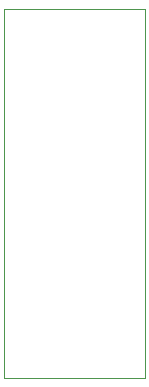
<source format=gko>
G75*
%MOIN*%
%OFA0B0*%
%FSLAX25Y25*%
%IPPOS*%
%LPD*%
%AMOC8*
5,1,8,0,0,1.08239X$1,22.5*
%
%ADD10C,0.00000*%
D10*
X0001000Y0001000D02*
X0001000Y0124071D01*
X0048244Y0124071D01*
X0048244Y0001039D01*
X0001000Y0001000D01*
M02*

</source>
